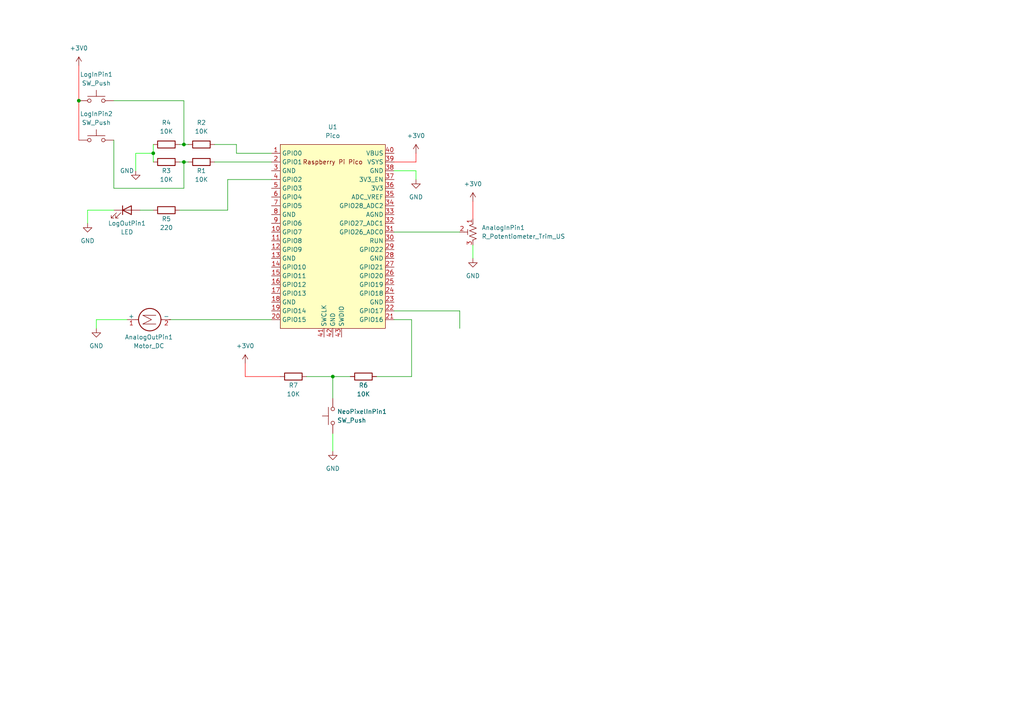
<source format=kicad_sch>
(kicad_sch (version 20230121) (generator eeschema)
  (paper "A4")
  (title_block (title "FLISAT VAL01") (date "2023-11-17") (rev "1") (company "JCATANIA.IO"))
  (lib_symbols
    (symbol "Device:LED" (pin_numbers hide) (pin_names (offset 1.016) hide)
      (property "Reference" "D" (at 0 2.54 0))
      (property "Value" "LED" (at 0 -2.54 0))
      (symbol "LED_0_1"
        (polyline (pts (xy -1.27 -1.27) (xy -1.27 1.27)) (stroke (width 0.254)))
        (polyline (pts (xy -1.27 0) (xy 1.27 0)))
        (polyline (pts (xy 1.27 -1.27) (xy 1.27 1.27) (xy -1.27 0) (xy 1.27 -1.27)) (stroke (width 0.254)))
        (polyline (pts (xy -3.048 -0.762) (xy -4.572 -2.286) (xy -3.81 -2.286) (xy -4.572 -2.286) (xy -4.572 -1.524)))
        (polyline (pts (xy -1.778 -0.762) (xy -3.302 -2.286) (xy -2.54 -2.286) (xy -3.302 -2.286) (xy -3.302 -1.524)))
      )
      (symbol "LED_1_1"
        (pin passive line (at -3.81 0 0) (length 2.54) (name "K") (number "1"))
        (pin passive line (at 3.81 0 180) (length 2.54) (name "A") (number "2"))
      )
    )
    (symbol "Device:R" (pin_numbers hide) (pin_names (offset 0))
      (property "Reference" "R" (at 2.032 0 90))
      (property "Value" "R" (at 0 0 90))
      (symbol "R_0_1"
        (rectangle (start -1.016 -2.54) (end 1.016 2.54) (stroke (width 0.254)))
      )
      (symbol "R_1_1"
        (pin passive line (at 0 3.81 270) (length 1.27) (name "~") (number "1"))
        (pin passive line (at 0 -3.81 90) (length 1.27) (name "~") (number "2"))
      )
    )
    (symbol "Device:R_Potentiometer_Trim_US" (pin_names (offset 1.016) hide)
      (property "Reference" "RV" (at -4.445 0 90))
      (property "Value" "R_Potentiometer_Trim_US" (at -2.54 0 90))
      (symbol "R_Potentiometer_Trim_US_0_1"
        (polyline (pts (xy 0 -2.286) (xy 0 -2.54)))
        (polyline (pts (xy 0 2.286) (xy 0 2.54)))
        (polyline (pts (xy 1.524 0.762) (xy 1.524 -0.762)))
        (polyline (pts (xy 2.54 0) (xy 1.524 0)))
        (polyline (pts (xy 0 -0.762) (xy 1.016 -1.143) (xy 0 -1.524) (xy -1.016 -1.905) (xy 0 -2.286)))
        (polyline (pts (xy 0 0.762) (xy 1.016 0.381) (xy 0 0) (xy -1.016 -0.381) (xy 0 -0.762)))
        (polyline (pts (xy 0 2.286) (xy 1.016 1.905) (xy 0 1.524) (xy -1.016 1.143) (xy 0 0.762)))
      )
      (symbol "R_Potentiometer_Trim_US_1_1"
        (pin passive line (at 0 3.81 270) (length 1.27) (name "1") (number "1"))
        (pin passive line (at 3.81 0 180) (length 1.27) (name "2") (number "2"))
        (pin passive line (at 0 -3.81 90) (length 1.27) (name "3") (number "3"))
      )
    )
    (symbol "MCU_RaspberryPi_and_Boards:Pico"
      (property "Reference" "U" (at -13.97 27.94 0))
      (property "Value" "Pico" (at 0 19.05 0))
      (symbol "Pico_0_0"
        (text "Raspberry Pi Pico" (at 0 21.59 0) (effects (font (size 1.27 1.27))))
      )
      (symbol "Pico_0_1"
        (rectangle (start -15.24 26.67) (end 15.24 -26.67) (fill (type background)))
      )
      (symbol "Pico_1_1"
        (pin bidirectional line (at -17.78 24.13 0) (length 2.54) (name "GPIO0") (number "1"))
        (pin bidirectional line (at -17.78 1.27 0) (length 2.54) (name "GPIO7") (number "10"))
        (pin bidirectional line (at -17.78 -1.27 0) (length 2.54) (name "GPIO8") (number "11"))
        (pin bidirectional line (at -17.78 -3.81 0) (length 2.54) (name "GPIO9") (number "12"))
        (pin power_in line (at -17.78 -6.35 0) (length 2.54) (name "GND") (number "13"))
        (pin bidirectional line (at -17.78 -8.89 0) (length 2.54) (name "GPIO10") (number "14"))
        (pin bidirectional line (at -17.78 -11.43 0) (length 2.54) (name "GPIO11") (number "15"))
        (pin bidirectional line (at -17.78 -13.97 0) (length 2.54) (name "GPIO12") (number "16"))
        (pin bidirectional line (at -17.78 -16.51 0) (length 2.54) (name "GPIO13") (number "17"))
        (pin power_in line (at -17.78 -19.05 0) (length 2.54) (name "GND") (number "18"))
        (pin bidirectional line (at -17.78 -21.59 0) (length 2.54) (name "GPIO14") (number "19"))
        (pin bidirectional line (at -17.78 21.59 0) (length 2.54) (name "GPIO1") (number "2"))
        (pin bidirectional line (at -17.78 -24.13 0) (length 2.54) (name "GPIO15") (number "20"))
        (pin bidirectional line (at 17.78 -24.13 180) (length 2.54) (name "GPIO16") (number "21"))
        (pin bidirectional line (at 17.78 -21.59 180) (length 2.54) (name "GPIO17") (number "22"))
        (pin power_in line (at 17.78 -19.05 180) (length 2.54) (name "GND") (number "23"))
        (pin bidirectional line (at 17.78 -16.51 180) (length 2.54) (name "GPIO18") (number "24"))
        (pin bidirectional line (at 17.78 -13.97 180) (length 2.54) (name "GPIO19") (number "25"))
        (pin bidirectional line (at 17.78 -11.43 180) (length 2.54) (name "GPIO20") (number "26"))
        (pin bidirectional line (at 17.78 -8.89 180) (length 2.54) (name "GPIO21") (number "27"))
        (pin power_in line (at 17.78 -6.35 180) (length 2.54) (name "GND") (number "28"))
        (pin bidirectional line (at 17.78 -3.81 180) (length 2.54) (name "GPIO22") (number "29"))
        (pin power_in line (at -17.78 19.05 0) (length 2.54) (name "GND") (number "3"))
        (pin input line (at 17.78 -1.27 180) (length 2.54) (name "RUN") (number "30"))
        (pin bidirectional line (at 17.78 1.27 180) (length 2.54) (name "GPIO26_ADC0") (number "31"))
        (pin bidirectional line (at 17.78 3.81 180) (length 2.54) (name "GPIO27_ADC1") (number "32"))
        (pin power_in line (at 17.78 6.35 180) (length 2.54) (name "AGND") (number "33"))
        (pin bidirectional line (at 17.78 8.89 180) (length 2.54) (name "GPIO28_ADC2") (number "34"))
        (pin power_in line (at 17.78 11.43 180) (length 2.54) (name "ADC_VREF") (number "35"))
        (pin power_in line (at 17.78 13.97 180) (length 2.54) (name "3V3") (number "36"))
        (pin input line (at 17.78 16.51 180) (length 2.54) (name "3V3_EN") (number "37"))
        (pin bidirectional line (at 17.78 19.05 180) (length 2.54) (name "GND") (number "38"))
        (pin power_in line (at 17.78 21.59 180) (length 2.54) (name "VSYS") (number "39"))
        (pin bidirectional line (at -17.78 16.51 0) (length 2.54) (name "GPIO2") (number "4"))
        (pin power_in line (at 17.78 24.13 180) (length 2.54) (name "VBUS") (number "40"))
        (pin input line (at -2.54 -29.21 90) (length 2.54) (name "SWCLK") (number "41"))
        (pin power_in line (at 0 -29.21 90) (length 2.54) (name "GND") (number "42"))
        (pin bidirectional line (at 2.54 -29.21 90) (length 2.54) (name "SWDIO") (number "43"))
        (pin bidirectional line (at -17.78 13.97 0) (length 2.54) (name "GPIO3") (number "5"))
        (pin bidirectional line (at -17.78 11.43 0) (length 2.54) (name "GPIO4") (number "6"))
        (pin bidirectional line (at -17.78 8.89 0) (length 2.54) (name "GPIO5") (number "7"))
        (pin power_in line (at -17.78 6.35 0) (length 2.54) (name "GND") (number "8"))
        (pin bidirectional line (at -17.78 3.81 0) (length 2.54) (name "GPIO6") (number "9"))
      )
    )
    (symbol "Motor:Motor_DC" (pin_names (offset 0))
      (property "Reference" "M" (at 2.54 2.54 0))
      (property "Value" "Motor_DC" (at 2.54 -5.08 0))
      (symbol "Motor_DC_0_0"
        (polyline (pts (xy -1.27 -3.302) (xy -1.27 0.508) (xy 0 -2.032) (xy 1.27 0.508) (xy 1.27 -3.302)))
      )
      (symbol "Motor_DC_0_1"
        (circle (center 0 -1.524) (radius 3.2512) (stroke (width 0.254)))
        (polyline (pts (xy 0 -7.62) (xy 0 -7.112)))
        (polyline (pts (xy 0 -4.7752) (xy 0 -5.1816)))
        (polyline (pts (xy 0 1.7272) (xy 0 2.0828)))
        (polyline (pts (xy 0 2.032) (xy 0 2.54)))
      )
      (symbol "Motor_DC_1_1"
        (pin passive line (at 0 5.08 270) (length 2.54) (name "+") (number "1"))
        (pin passive line (at 0 -7.62 90) (length 2.54) (name "-") (number "2"))
      )
    )
    (symbol "Switch:SW_Push" (pin_numbers hide) (pin_names (offset 1.016) hide)
      (property "Reference" "SW" (at 1.27 2.54 0))
      (property "Value" "SW_Push" (at 0 -1.524 0))
      (symbol "SW_Push_0_1"
        (circle (center -2.032 0) (radius 0.508))
        (polyline (pts (xy 0 1.27) (xy 0 3.048)))
        (polyline (pts (xy 2.54 1.27) (xy -2.54 1.27)))
        (circle (center 2.032 0) (radius 0.508))
        (pin passive line (at -5.08 0 0) (length 2.54) (name "1") (number "1"))
        (pin passive line (at 5.08 0 180) (length 2.54) (name "2") (number "2"))
      )
    )
    (symbol "power:+3V0" (power) (pin_names (offset 0))
      (property "Value" "+3V0" (at 0 3.556 0))
      (symbol "+3V0_0_1"
        (polyline (pts (xy -0.762 1.27) (xy 0 2.54)))
        (polyline (pts (xy 0 0) (xy 0 2.54)))
        (polyline (pts (xy 0 2.54) (xy 0.762 1.27)))
      )
      (symbol "+3V0_1_1"
        (pin power_in line (at 0 0 90) (length 0) hide (name "+3V0") (number "1"))
      )
    )
    (symbol "power:GND" (power) (pin_names (offset 0))
      (property "Value" "GND" (at 0 -3.81 0))
      (symbol "GND_0_1"
        (polyline (pts (xy 0 0) (xy 0 -1.27) (xy 1.27 -1.27) (xy 0 -2.54) (xy -1.27 -1.27) (xy 0 -1.27)))
      )
      (symbol "GND_1_1"
        (pin power_in line (at 0 0 270) (length 0) hide (name "GND") (number "1"))
      )
    )
  )
  (junction (at 53.34 46.99))
  (junction (at 44.45 44.45))
  (junction (at 96.52 109.22))
  (junction (at 22.86 29.21))
  (junction (at 53.34 41.91))
  (wire (pts (xy 62.23 41.91) (xy 68.58 41.91)))
  (wire (pts (xy 62.23 46.99) (xy 78.74 46.99)))
  (wire (pts (xy 96.52 125.73) (xy 96.52 130.81)) (stroke (width 0) (color 0 255 0 1)))
  (wire (pts (xy 96.52 109.22) (xy 101.6 109.22)))
  (wire (pts (xy 52.07 46.99) (xy 53.34 46.99)))
  (wire (pts (xy 71.12 105.41) (xy 71.12 109.22)) (stroke (width 0) (color 255 0 0 1)))
  (wire (pts (xy 114.3 49.53) (xy 120.65 49.53)) (stroke (width 0) (color 0 255 0 1)))
  (wire (pts (xy 52.07 60.96) (xy 66.04 60.96)))
  (wire (pts (xy 53.34 46.99) (xy 54.61 46.99)))
  (wire (pts (xy 25.4 60.96) (xy 33.02 60.96)) (stroke (width 0) (color 0 255 0 1)))
  (wire (pts (xy 114.3 90.17) (xy 133.35 90.17)))
  (wire (pts (xy 36.83 92.71) (xy 27.94 92.71)) (stroke (width 0) (color 0 255 0 1)))
  (wire (pts (xy 114.3 46.99) (xy 120.65 46.99)) (stroke (width 0) (color 255 0 0 1)))
  (wire (pts (xy 109.22 109.22) (xy 119.38 109.22)))
  (wire (pts (xy 44.45 44.45) (xy 44.45 46.99)) (stroke (width 0) (color 0 255 0 1)))
  (wire (pts (xy 96.52 109.22) (xy 88.9 109.22)))
  (wire (pts (xy 53.34 41.91) (xy 54.61 41.91)))
  (wire (pts (xy 66.04 60.96) (xy 66.04 52.07)))
  (wire (pts (xy 66.04 52.07) (xy 78.74 52.07)))
  (wire (pts (xy 71.12 109.22) (xy 81.28 109.22)) (stroke (width 0) (color 255 0 0 1)))
  (wire (pts (xy 119.38 92.71) (xy 114.3 92.71)))
  (wire (pts (xy 33.02 40.64) (xy 33.02 54.61)))
  (wire (pts (xy 137.16 71.12) (xy 137.16 74.93)) (stroke (width 0) (color 0 255 0 1)))
  (wire (pts (xy 52.07 41.91) (xy 53.34 41.91)))
  (wire (pts (xy 22.86 29.21) (xy 22.86 40.64)) (stroke (width 0) (color 255 0 0 1)))
  (wire (pts (xy 33.02 54.61) (xy 53.34 54.61)))
  (wire (pts (xy 120.65 52.07) (xy 120.65 49.53)) (stroke (width 0) (color 0 255 0 1)))
  (wire (pts (xy 53.34 46.99) (xy 53.34 54.61)))
  (wire (pts (xy 27.94 92.71) (xy 27.94 95.25)) (stroke (width 0) (color 0 255 0 1)))
  (wire (pts (xy 25.4 60.96) (xy 25.4 64.77)) (stroke (width 0) (color 0 255 0 1)))
  (wire (pts (xy 53.34 29.21) (xy 53.34 41.91)))
  (wire (pts (xy 44.45 41.91) (xy 44.45 44.45)) (stroke (width 0) (color 0 255 0 1)))
  (wire (pts (xy 119.38 109.22) (xy 119.38 92.71)))
  (wire (pts (xy 68.58 41.91) (xy 68.58 44.45)))
  (wire (pts (xy 120.65 44.45) (xy 120.65 46.99)) (stroke (width 0) (color 255 0 0 1)))
  (wire (pts (xy 22.86 29.21) (xy 22.86 19.05)) (stroke (width 0) (color 255 0 0 1)))
  (wire (pts (xy 114.3 67.31) (xy 133.35 67.31)))
  (wire (pts (xy 39.37 44.45) (xy 39.37 49.53)) (stroke (width 0) (color 0 255 0 1)))
  (wire (pts (xy 68.58 44.45) (xy 78.74 44.45)))
  (wire (pts (xy 39.37 44.45) (xy 44.45 44.45)) (stroke (width 0) (color 0 255 0 1)))
  (wire (pts (xy 33.02 29.21) (xy 53.34 29.21)))
  (wire (pts (xy 40.64 60.96) (xy 44.45 60.96)))
  (wire (pts (xy 96.52 109.22) (xy 96.52 115.57)))
  (wire (pts (xy 49.53 92.71) (xy 78.74 92.71)))
  (wire (pts (xy 137.16 58.42) (xy 137.16 63.5)) (stroke (width 0) (color 255 0 0 1)))
  (wire (pts (xy 133.35 90.17) (xy 133.35 95.25)))
  (symbol (lib_id "Switch:SW_Push") (at 96.52 120.65 90) (unit 1)
    (property "Reference" "NeoPixelInPin1" (at 97.79 119.38 90) (effects (justify right)))
    (property "Value" "SW_Push" (at 97.79 121.92 90) (effects (justify right)))
    (property "Footprint" "Button_Switch_SMD:SW_SPST_B3U-1000P-B" (effects hide))
  )
  (symbol (lib_id "MCU_RaspberryPi_and_Boards:Pico") (at 96.52 68.58 0) (unit 1)
    (property "Reference" "U1" (at 96.52 36.83 0))
    (property "Value" "Pico" (at 96.52 39.37 0))
    (property "Footprint" "MCU_RaspberryPi_and_Boards:RPi_Pico_SMD_TH" (effects hide))
  )
  (symbol (lib_id "Device:R") (at 48.26 60.96 270) (unit 1)
    (property "Reference" "R5" (at 48.26 63.5 90))
    (property "Value" "220" (at 48.26 66.04 90))
    (property "Footprint" "Resistor_SMD:R_0603_1608Metric" (effects hide))
  )
  (symbol (lib_id "power:GND") (at 25.4 64.77 0) (unit 1)
    (property "Reference" "#PWR09" (effects hide))
    (property "Value" "GND" (at 25.4 69.85 0))
  )
  (symbol (lib_id "power:GND") (at 39.37 49.53 0) (unit 1)
    (property "Reference" "#PWR03" (effects hide))
    (property "Value" "GND" (at 36.83 49.53 0))
  )
  (symbol (lib_id "Device:R") (at 58.42 46.99 270) (unit 1)
    (property "Reference" "R1" (at 58.42 49.53 90))
    (property "Value" "10K" (at 58.42 52.07 90))
    (property "Footprint" "Resistor_SMD:R_0603_1608Metric" (effects hide))
  )
  (symbol (lib_id "Switch:SW_Push") (at 27.94 40.64 0) (unit 1)
    (property "Reference" "LogInPin2" (at 27.94 33.02 0))
    (property "Value" "SW_Push" (at 27.94 35.56 0))
    (property "Footprint" "Button_Switch_SMD:SW_SPST_B3U-1000P-B" (effects hide))
  )
  (symbol (lib_id "power:GND") (at 96.52 130.81 0) (unit 1)
    (property "Reference" "#PWR02" (effects hide))
    (property "Value" "GND" (at 96.52 135.89 0))
  )
  (symbol (lib_id "Device:R") (at 48.26 46.99 270) (unit 1)
    (property "Reference" "R3" (at 48.26 49.53 90))
    (property "Value" "10K" (at 48.26 52.07 90))
    (property "Footprint" "Resistor_SMD:R_0603_1608Metric" (effects hide))
  )
  (symbol (lib_id "Device:R") (at 48.26 41.91 270) (unit 1)
    (property "Reference" "R4" (at 48.26 35.56 90))
    (property "Value" "10K" (at 48.26 38.1 90))
    (property "Footprint" "Resistor_SMD:R_0603_1608Metric" (effects hide))
  )
  (symbol (lib_id "power:+3V0") (at 22.86 19.05 0) (unit 1)
    (property "Reference" "#PWR01" (effects hide))
    (property "Value" "+3V0" (at 22.86 13.97 0))
  )
  (symbol (lib_id "power:+3V0") (at 71.12 105.41 0) (unit 1)
    (property "Reference" "#PWR07" (effects hide))
    (property "Value" "+3V0" (at 71.12 100.33 0))
  )
  (symbol (lib_id "Device:LED") (at 36.83 60.96 0) (unit 1)
    (property "Reference" "LogOutPin1" (at 36.83 64.77 0))
    (property "Value" "LED" (at 36.83 67.31 0))
    (property "Footprint" "LED_SMD:LED_0603_1608Metric" (effects hide))
  )
  (symbol (lib_id "Device:R") (at 58.42 41.91 270) (unit 1)
    (property "Reference" "R2" (at 58.42 35.56 90))
    (property "Value" "10K" (at 58.42 38.1 90))
    (property "Footprint" "Resistor_SMD:R_0603_1608Metric" (effects hide))
  )
  (symbol (lib_id "Device:R") (at 85.09 109.22 270) (unit 1)
    (property "Reference" "R7" (at 85.09 111.76 90))
    (property "Value" "10K" (at 85.09 114.3 90))
    (property "Footprint" "Resistor_SMD:R_0603_1608Metric" (effects hide))
  )
  (symbol (lib_id "power:+3V0") (at 137.16 58.42 0) (unit 1)
    (property "Reference" "#PWR06" (effects hide))
    (property "Value" "+3V0" (at 137.16 53.34 0))
  )
  (symbol (lib_id "power:+3V0") (at 120.65 44.45 0) (unit 1)
    (property "Reference" "#PWR04" (effects hide))
    (property "Value" "+3V0" (at 120.65 39.37 0))
  )
  (symbol (lib_id "power:GND") (at 120.65 52.07 0) (unit 1)
    (property "Reference" "#PWR05" (effects hide))
    (property "Value" "GND" (at 120.65 57.15 0))
  )
  (symbol (lib_id "power:GND") (at 27.94 95.25 0) (unit 1)
    (property "Reference" "#PWR010" (effects hide))
    (property "Value" "GND" (at 27.94 100.33 0))
  )
  (symbol (lib_id "Device:R_Potentiometer_Trim_US") (at 137.16 67.31 0) (mirror y) (unit 1)
    (property "Reference" "AnalogInPin1" (at 139.7 66.04 0) (effects (justify right)))
    (property "Value" "R_Potentiometer_Trim_US" (at 139.7 68.58 0) (effects (justify right)))
    (property "Footprint" "Potentiometer_THT:Potentiometer_Alps_RK163_Single_Horizontal" (effects hide))
  )
  (symbol (lib_id "Device:R") (at 105.41 109.22 270) (unit 1)
    (property "Reference" "R6" (at 105.41 111.76 90))
    (property "Value" "10K" (at 105.41 114.3 90))
    (property "Footprint" "Resistor_SMD:R_0603_1608Metric" (effects hide))
  )
  (symbol (lib_id "Switch:SW_Push") (at 27.94 29.21 0) (unit 1)
    (property "Reference" "LogInPin1" (at 27.94 21.59 0))
    (property "Value" "SW_Push" (at 27.94 24.13 0))
    (property "Footprint" "Button_Switch_SMD:SW_SPST_B3U-1000P-B" (effects hide))
  )
  (symbol (lib_id "power:GND") (at 137.16 74.93 0) (unit 1)
    (property "Reference" "#PWR08" (effects hide))
    (property "Value" "GND" (at 137.16 80.01 0))
  )
  (symbol (lib_id "Motor:Motor_DC") (at 41.91 92.71 90) (unit 1)
    (property "Reference" "AnalogOutPin1" (at 43.18 97.79 90))
    (property "Value" "Motor_DC" (at 43.18 100.33 90))
    (property "Footprint" "Button_Switch_SMD:SW_SPST_B3U-1000P-B" (effects hide))
  )
)
</source>
